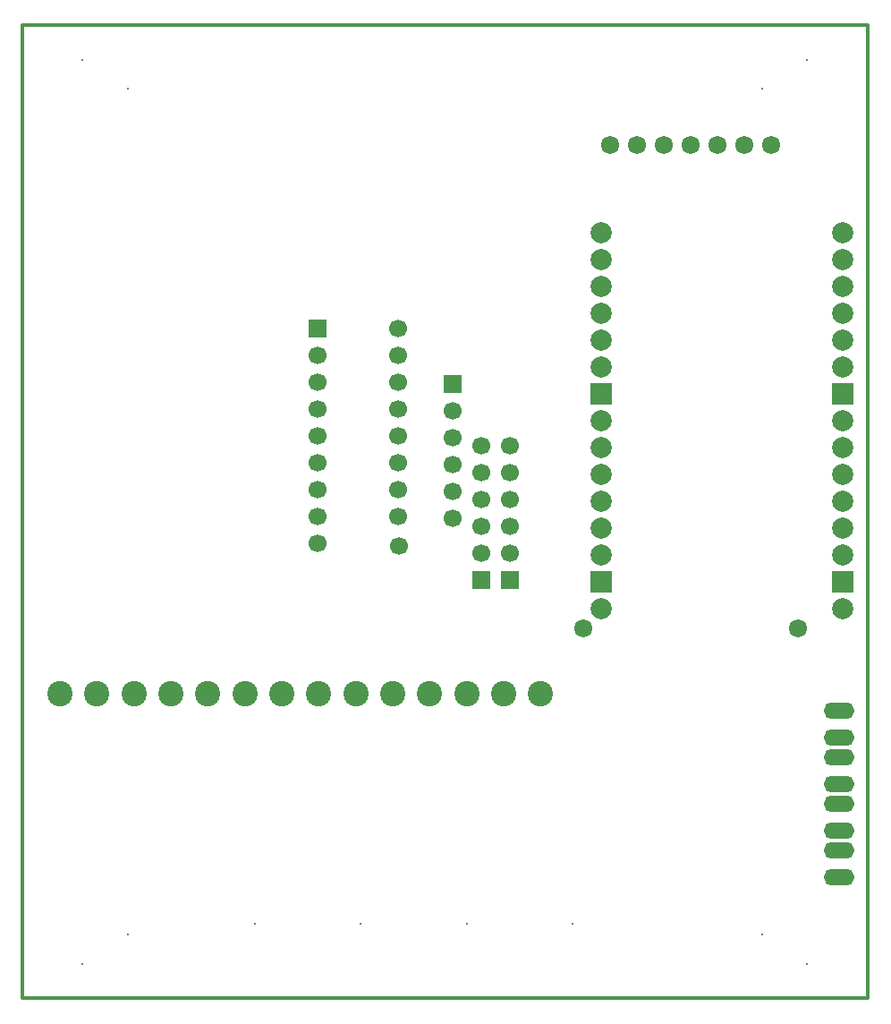
<source format=gbs>
G04 Layer_Color=16711935*
%FSLAX43Y43*%
%MOMM*%
G71*
G01*
G75*
%ADD10C,0.300*%
%ADD71C,1.724*%
%ADD72C,0.200*%
%ADD73C,2.000*%
%ADD74R,2.000X2.000*%
%ADD75C,2.400*%
%ADD76R,1.700X1.700*%
%ADD77C,1.700*%
%ADD78R,1.700X1.700*%
G04:AMPARAMS|DCode=79|XSize=1.56mm|YSize=2.8mm|CornerRadius=0.644mm|HoleSize=0mm|Usage=FLASHONLY|Rotation=90.000|XOffset=0mm|YOffset=0mm|HoleType=Round|Shape=RoundedRectangle|*
%AMROUNDEDRECTD79*
21,1,1.560,1.512,0,0,90.0*
21,1,0.272,2.800,0,0,90.0*
1,1,1.288,0.756,0.136*
1,1,1.288,0.756,-0.136*
1,1,1.288,-0.756,-0.136*
1,1,1.288,-0.756,0.136*
%
%ADD79ROUNDEDRECTD79*%
D10*
X0Y0D02*
Y92000D01*
X80000D01*
Y0D02*
Y92000D01*
X0Y0D02*
X80000D01*
D71*
X53080Y34980D02*
D03*
X73400D02*
D03*
X63240Y80700D02*
D03*
X65780D02*
D03*
X68320D02*
D03*
X70860D02*
D03*
X60700D02*
D03*
X58160D02*
D03*
X55620D02*
D03*
D72*
X52000Y7000D02*
D03*
X42000D02*
D03*
X32000D02*
D03*
X22000D02*
D03*
X69950Y86000D02*
D03*
X9950D02*
D03*
Y6000D02*
D03*
X69950D02*
D03*
X5650Y88700D02*
D03*
X74250D02*
D03*
X5650Y3200D02*
D03*
X74250D02*
D03*
D73*
X54750Y59720D02*
D03*
Y62260D02*
D03*
Y64800D02*
D03*
Y67340D02*
D03*
Y69880D02*
D03*
Y72420D02*
D03*
Y54640D02*
D03*
Y52100D02*
D03*
Y49560D02*
D03*
Y41940D02*
D03*
Y44480D02*
D03*
Y47020D02*
D03*
Y36860D02*
D03*
X77600Y59720D02*
D03*
Y62260D02*
D03*
Y64800D02*
D03*
Y67340D02*
D03*
Y69880D02*
D03*
Y72420D02*
D03*
Y54640D02*
D03*
Y52100D02*
D03*
Y49560D02*
D03*
Y41940D02*
D03*
Y44480D02*
D03*
Y47020D02*
D03*
Y36860D02*
D03*
D74*
X54750Y57180D02*
D03*
Y39400D02*
D03*
X77600Y57180D02*
D03*
Y39400D02*
D03*
D75*
X3500Y28800D02*
D03*
X7000D02*
D03*
X10500D02*
D03*
X14000D02*
D03*
X17500D02*
D03*
X21000D02*
D03*
X31500Y28800D02*
D03*
X35000D02*
D03*
X45500D02*
D03*
X49000D02*
D03*
X24500D02*
D03*
X28000D02*
D03*
X38500D02*
D03*
X42000D02*
D03*
D76*
X27880Y63340D02*
D03*
D77*
Y60800D02*
D03*
Y58260D02*
D03*
Y55720D02*
D03*
Y53180D02*
D03*
Y50640D02*
D03*
Y48100D02*
D03*
Y45560D02*
D03*
Y43020D02*
D03*
X35500Y63340D02*
D03*
Y60800D02*
D03*
Y58260D02*
D03*
Y55720D02*
D03*
Y53180D02*
D03*
Y50640D02*
D03*
Y48100D02*
D03*
Y45560D02*
D03*
X35590Y42780D02*
D03*
X40700Y55540D02*
D03*
Y53000D02*
D03*
Y50460D02*
D03*
Y45380D02*
D03*
Y47920D02*
D03*
X43400Y42100D02*
D03*
Y44640D02*
D03*
Y47180D02*
D03*
Y52260D02*
D03*
Y49720D02*
D03*
X46100Y42100D02*
D03*
Y44640D02*
D03*
Y47180D02*
D03*
Y52260D02*
D03*
Y49720D02*
D03*
D78*
X40700Y58080D02*
D03*
X43400Y39560D02*
D03*
X46100D02*
D03*
D79*
X77300Y11400D02*
D03*
Y13940D02*
D03*
Y15800D02*
D03*
Y18340D02*
D03*
Y20200D02*
D03*
Y22740D02*
D03*
Y24600D02*
D03*
Y27140D02*
D03*
M02*

</source>
